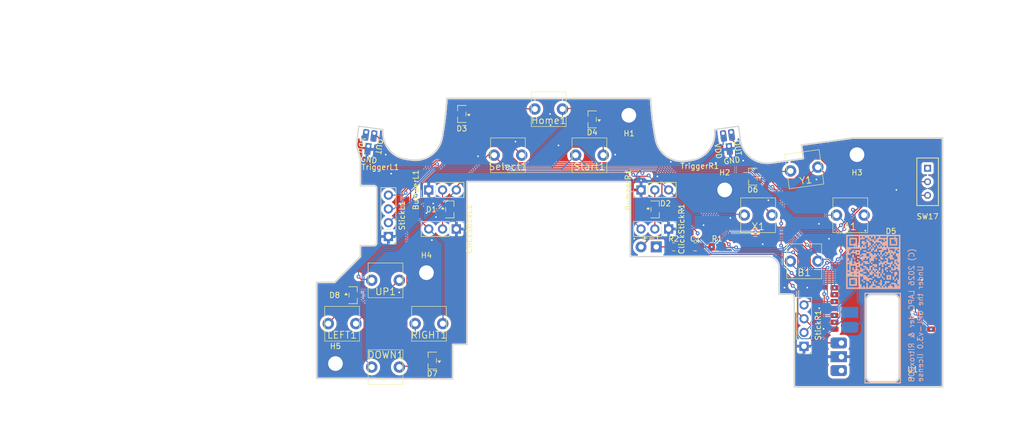
<source format=kicad_pcb>
(kicad_pcb (version 20241229) (generator "pcbnew") (generator_version "9.0")
  (layers (0 "F.Cu" mixed) (2 "B.Cu" mixed) (13 "F.Paste" user) (15 "B.Paste" user) (5 "F.SilkS" user "F.Silkscreen") (7 "B.SilkS" user "B.Silkscreen") (1 "F.Mask" user) (3 "B.Mask" user) (25 "Edge.Cuts" user))
  (net 0 "")
  (net 1 "Column 0")
  (net 2 "Net-(A1-Pad2)")
  (net 3 "Net-(B1-Pad1)")
  (net 4 "Column 1")
  (net 5 "Net-(C1-Pad2)")
  (net 6 "Net-(C1-Pad1)")
  (net 7 "Net-(+-1-BATT+)")
  (net 8 "Row 0")
  (net 9 "Net-(BumperL1-I{slash}O)")
  (net 10 "Net-(D3-Pad1)")
  (net 11 "Row 1")
  (net 12 "Net-(D3-Pad2)")
  (net 14 "Net-(D4-Pad1)")
  (net 15 "Row 2")
  (net 16 "Net-(D6-Pad1)")
  (net 17 "Net-(D6-Pad2)")
  (net 18 "Net-(D7-Pad2)")
  (net 19 "Row 3")
  (net 20 "Net-(D7-Pad1)")
  (net 21 "Net-(D8-Pad1)")
  (net 22 "Net-(D8-Pad2)")
  (net 23 "GND")
  (net 24 "Column 3")
  (net 25 "-BATT")
  (net 26 "Column 2")
  (net 27 "Net-(StickL1-Y)")
  (net 28 "+3.3V")
  (net 29 "Net-(StickL1-X)")
  (net 30 "Net-(StickR1-Y)")
  (net 31 "Net-(ClickStickL1-I{slash}O)")
  (net 33 "Net-(TriggerL1-OUT)")
  (net 34 "Net-(TriggerR1-OUT)")
  (net 41 "Net-(BumperR1-I{slash}O)")
  (net 42 "Net-(StickR1-X)")
  (net 43 "Net-(ClickStickR1-I{slash}O)")
  (net 44 "+BATT")
  (footprint "Capacitor_SMD:C_0805_2012Metric_Pad1.18x1.45mm_HandSolder" (layer "F.Cu") (at 176.9625 122.5 180)
    (property "Reference" "C1")
    (property "Value" "100nF")
  )
  (footprint "Lib_controller:KAILH-MINI-SILENT-SWITCH" (layer "F.Cu") (at 142.5 105.59369)
    (property "Reference" "Select1" (hide yes))
    (property "Value" "KAILH-MINI-SILENT-SWITCH")
  )
  (footprint "MountingHole:MountingHole_2.7mm_M2.5_ISO14580_Pad" (layer "F.Cu") (at 182.4 112)
    (property "Reference" "H2")
    (property "Value" "MountingHole_Pad")
  )
  (footprint "Lib_controller:TTP223" (layer "F.Cu") (at 172.08 119.2 -90)
    (property "Reference" "ClickStickR1")
    (property "Value" "~")
  )
  (footprint "Resistor_SMD:R_0805_2012Metric_Pad1.20x1.40mm_HandSolder" (layer "F.Cu") (at 181 122.5)
    (property "Reference" "R1")
    (property "Value" "200k")
  )
  (footprint "Lib_controller:TTP223" (layer "F.Cu") (at 133 119.2 -90)
    (property "Reference" "ClickStickL1")
    (property "Value" "~")
  )
  (footprint "Lib_controller:KAILH-MINI-SILENT-SWITCH" (layer "F.Cu") (at 157.5 105.59369)
    (property "Reference" "Start1" (hide yes))
    (property "Value" "KAILH-MINI-SILENT-SWITCH")
  )
  (footprint "Lib_controller:1P2T_SS-12D00_CNK" (layer "F.Cu") (at 219.75 108)
    (property "Reference" "SW17")
    (property "Value" "SS-12D00-G 4 E")
  )
  (footprint "Package_TO_SOT_SMD:SOT-23" (layer "F.Cu") (at 134 98 180)
    (property "Reference" "D3")
    (property "Value" "BAT54C")
  )
  (footprint "Package_TO_SOT_SMD:SOT-23" (layer "F.Cu") (at 128.5625 143.45 180)
    (property "Reference" "D7")
    (property "Value" "BAT54C")
  )
  (footprint "MountingHole:MountingHole_2.7mm_M2.5_ISO14580_Pad" (layer "F.Cu") (at 110.75 144)
    (property "Reference" "H5")
    (property "Value" "MountingHole_Pad")
  )
  (footprint "Package_TO_SOT_SMD:SOT-23" (layer "F.Cu") (at 213 122)
    (property "Reference" "D5")
    (property "Value" "BAT54C")
  )
  (footprint "Connector_PinHeader_2.54mm:PinHeader_1x04_P2.54mm_Vertical" (layer "F.Cu") (at 120.5 120.58 180)
    (property "Reference" "StickL1")
    (property "Value" "~")
  )
  (footprint "Lib_controller:ss49e" (layer "F.Cu") (at 117.146252 101.460949 -7.853)
    (property "Reference" "TriggerL1")
    (property "Value" "SS49E")
  )
  (footprint "Lib_controller:TTP223" (layer "F.Cu") (at 167 112 90)
    (property "Reference" "BumperR1")
    (property "Value" "~")
  )
  (footprint "Lib_controller:KAILH-MINI-SILENT-SWITCH" (layer "F.Cu") (at 197.034124 125.127219)
    (property "Reference" "B1" (hide yes))
    (property "Value" "KAILH-MINI-SILENT-SWITCH")
  )
  (footprint "Lib_controller:KAILH-MINI-SILENT-SWITCH" (layer "F.Cu") (at 150 97.093691)
    (property "Reference" "Home1" (hide yes))
    (property "Value" "KAILH-MINI-SILENT-SWITCH")
  )
  (footprint "MountingHole:MountingHole_2.7mm_M2.5_ISO14580_Pad" (layer "F.Cu") (at 164.75 98.25)
    (property "Reference" "H1")
    (property "Value" "MountingHole_Pad")
  )
  (footprint "Lib_controller:KAILH-MINI-SILENT-SWITCH" (layer "F.Cu") (at 119.965876 144.641938)
    (property "Reference" "DOWN1" (hide yes))
    (property "Value" "KAILH-MINI-SILENT-SWITCH")
  )
  (footprint "Package_TO_SOT_SMD:SOT-23" (layer "F.Cu") (at 187.5625 109.55 180)
    (property "Reference" "D6")
    (property "Value" "BAT54C")
  )
  (footprint "Lib_controller:KAILH-MINI-SILENT-SWITCH" (layer "F.Cu") (at 119.965876 128.641938)
    (property "Reference" "UP1" (hide yes))
    (property "Value" "KAILH-MINI-SILENT-SWITCH")
  )
  (footprint "Lib_controller:KAILH-MINI-SILENT-SWITCH" (layer "F.Cu") (at 188.548842 116.641938)
    (property "Reference" "X1" (hide yes))
    (property "Value" "KAILH-MINI-SILENT-SWITCH")
  )
  (footprint "Lib_controller:KAILH-MINI-SILENT-SWITCH" (layer "F.Cu") (at 197.034124 108.156656 7.854)
    (property "Reference" "Y1" (hide yes))
    (property "Value" "KAILH-MINI-SILENT-SWITCH")
  )
  (footprint "Lib_controller:Battery_connection" (layer "F.Cu") (at 168.4 123.5 180)
    (property "Reference" "+-1")
    (property "Value" "~")
  )
  (footprint "Package_TO_SOT_SMD:SOT-23" (layer "F.Cu") (at 169.6 115.6)
    (property "Reference" "D2")
    (property "Value" "BAT54C")
  )
  (footprint "Lib_controller:TTP223" (layer "F.Cu") (at 127.92 112 90)
    (property "Reference" "BumperL1")
    (property "Value" "~")
  )
  (footprint "Lib_controller:KAILH-MINI-SILENT-SWITCH" (layer "F.Cu") (at 111.965876 136.641938)
    (property "Reference" "LEFT1" (hide yes))
    (property "Value" "KAILH-MINI-SILENT-SWITCH")
  )
  (footprint "Lib_controller:ss49e" (layer "F.Cu") (at 182.853749 101.460949 7.853)
    (property "Reference" "TriggerR1")
    (property "Value" "SS49E")
  )
  (footprint "MountingHole:MountingHole_2.7mm_M2.5_ISO14580_Pad" (layer "F.Cu") (at 206.75 105.5)
    (property "Reference" "H3")
    (property "Value" "MountingHole_Pad")
  )
  (footprint "Connector_PinHeader_2.54mm:PinHeader_1x04_P2.54mm_Vertical" (layer "F.Cu") (at 197 140.81 180)
    (property "Reference" "StickR1")
    (property "Value" "~")
  )
  (footprint "MountingHole:MountingHole_2.7mm_M2.5_ISO14580_Pad" (layer "F.Cu") (at 127.5 127.25)
    (property "Reference" "H4")
    (property "Value" "MountingHole_Pad")
  )
  (footprint "Package_TO_SOT_SMD:SOT-23" (layer "F.Cu") (at 114 131.4)
    (property "Reference" "D8")
    (property "Value" "BAT54C")
  )
  (footprint "Lib_controller:KAILH-MINI-SILENT-SWITCH" (layer "F.Cu") (at 127.965876 136.641938)
    (property "Reference" "RIGHT1" (hide yes))
    (property "Value" "KAILH-MINI-SILENT-SWITCH")
  )
  (footprint "Package_TO_SOT_SMD:SOT-23" (layer "F.Cu") (at 158 99 180)
    (property "Reference" "D4")
    (property "Value" "BAT54C")
  )
  (footprint "Lib_controller:Seeed Studio XIAO ESP32S3 Plus" (layer "F.Cu") (at 211.481355 149.81313 180)
    (property "Reference" "U1")
    (property "Value" "~")
    (fp_line (start 3 3.5) (end 3 17.5) (stroke (width 0.2)) (layer "Edge.Cuts"))
    (fp_line (start 2 18.5) (end -2 18.5) (stroke (width 0.2)) (layer "Edge.Cuts"))
    (fp_line (start -2 2.5) (end 2 2.5) (stroke (width 0.2)) (layer "Edge.Cuts"))
    (fp_line (start -3 17.5) (end -3 3.499999) (stroke (width 0.2)) (layer "Edge.Cuts"))
    (fp_arc (start 3 17.5) (mid 2.707107 18.207107) (end 2 18.5) (stroke (width 0.2)) (layer "Edge.Cuts"))
    (fp_arc (start 2 2.5) (mid 2.707107 2.792893) (end 3 3.5) (stroke (width 0.2)) (layer "Edge.Cuts"))
    (fp_arc (start -2 18.5) (mid -2.707107 18.207107) (end -3 17.5) (stroke (width 0.2)) (layer "Edge.Cuts"))
    (fp_arc (start -3 3.5) (mid -2.707107 2.792893) (end -2 2.5) (stroke (width 0.2)) (layer "Edge.Cuts"))
  )
  (footprint "Resistor_SMD:R_0805_2012Metric_Pad1.20x1.40mm_HandSolder" (layer "F.Cu") (at 173 122.5)
    (property "Reference" "R2")
    (property "Value" "200k")
  )
  (footprint "Lib_controller:KAILH-MINI-SILENT-SWITCH" (layer "F.Cu") (at 205.519405 116.641938)
    (property "Reference" "A1" (hide yes))
    (property "Value" "KAILH-MINI-SILENT-SWITCH")
  )
  (footprint "Package_TO_SOT_SMD:SOT-23" (layer "F.Cu") (at 131.8 115.6)
    (property "Reference" "D1")
    (property "Value" "BAT54C")
  )
  (footprint "Lib_controller:qrcode-license" (layer "B.Cu") (at 209.75 125.25 -90)
    (property "Reference" "G***" (hide yes))
    (property "Value" "LOGO" (hide yes))
  )
  (gr_rect (start 208.225 131.05) (end 214.75 147.575) (stroke (width 0.2)) (fill no) (layer "F.SilkS"))
  (gr_rect (start 208.225 131.05) (end 214.75 147.575) (stroke (width 0.2)) (fill no) (layer "B.SilkS"))
  (gr_line (start 176.221362 106.513175) (end 175.28005 106.643005) (stroke (width 0.2)) (layer "Edge.Cuts"))
  (gr_line (start 124.756295 106.446124) (end 123.801999 106.314504) (stroke (width 0.2)) (layer "Edge.Cuts"))
  (gr_line (start 165 124.291938) (end 190.384124 124.291938) (stroke (width 0.2)) (layer "Edge.Cuts"))
  (gr_arc (start 118.315876 121.741937) (mid 118.169429 122.095491) (end 117.815876 122.241938) (stroke (width 0.2)) (layer "Edge.Cuts"))
  (gr_line (start 115.315876 122.241938) (end 117.815875 122.241938) (stroke (width 0.2)) (layer "Edge.Cuts"))
  (gr_line (start 119.508681 100.876911) (end 115.050881 100.262071) (stroke (width 0.2)) (layer "Edge.Cuts"))
  (gr_line (start 107.25 146.75) (end 107.25 146.5) (stroke (width 0.2)) (layer "Edge.Cuts"))
  (gr_line (start 222.528629 102.75) (end 222.528629 102.407617) (stroke (width 0.2)) (layer "Edge.Cuts"))
  (gr_line (start 115.315876 106.291938) (end 114.572673 103.729248) (stroke (width 0.2)) (layer "Edge.Cuts"))
  (gr_arc (start 131.228928 95.101863) (mid 130.906134 98.760188) (end 130.358039 102.391596) (stroke (width 0.2)) (layer "Edge.Cuts"))
  (gr_line (start 132.35 140.5) (end 132.35 146.841938) (stroke (width 0.2)) (layer "Edge.Cuts"))
  (gr_line (start 132.35 146.841938) (end 107.25 146.75) (stroke (width 0.2)) (layer "Edge.Cuts"))
  (gr_line (start 107.25 129) (end 107.25 146.5) (stroke (width 0.2)) (layer "Edge.Cuts"))
  (gr_line (start 114.572673 103.729248) (end 115.050881 100.262071) (stroke (width 0.2)) (layer "Edge.Cuts"))
  (gr_line (start 184.949119 100.262071) (end 180.491319 100.87691) (stroke (width 0.2)) (layer "Edge.Cuts"))
  (gr_line (start 110.608769 128.991938) (end 107.25 129) (stroke (width 0.2)) (layer "Edge.Cuts"))
  (gr_line (start 196.504659 103.715614) (end 196.846321 106.192787) (stroke (width 0.2)) (layer "Edge.Cuts"))
  (gr_arc (start 130.358039 102.391596) (mid 128.371092 105.54338) (end 124.756295 106.446124) (stroke (width 0.2)) (layer "Edge.Cuts"))
  (gr_arc (start 117.815875 111.241938) (mid 118.169429 111.388385) (end 118.315876 111.741939) (stroke (width 0.2)) (layer "Edge.Cuts"))
  (gr_line (start 222.528629 148.341938) (end 222.528629 102.75) (stroke (width 0.2)) (layer "Edge.Cuts"))
  (gr_line (start 205.988095 102.407617) (end 222.25 102.407617) (stroke (width 0.2)) (layer "Edge.Cuts"))
  (gr_arc (start 194.684123 131.241938) (mid 195.037677 131.388385) (end 195.184124 131.741939) (stroke (width 0.2)) (layer "Edge.Cuts"))
  (gr_line (start 135 140.5) (end 135 110.5) (stroke (width 0.2)) (layer "Edge.Cuts"))
  (gr_arc (start 169.681641 102.606559) (mid 169.106931 98.868701) (end 168.771072 95.101863) (stroke (width 0.2)) (layer "Edge.Cuts"))
  (gr_line (start 192.384124 131.241938) (end 192.384124 126.291937) (stroke (width 0.2)) (layer "Edge.Cuts"))
  (gr_line (start 222.25 102.407617) (end 222.528629 102.407617) (stroke (width 0.2)) (layer "Edge.Cuts"))
  (gr_line (start 115.315876 124.284831) (end 110.608769 128.991938) (stroke (width 0.2)) (layer "Edge.Cuts"))
  (gr_arc (start 175.28005 106.643005) (mid 171.672705 105.745645) (end 169.681641 102.606559) (stroke (width 0.2)) (layer "Edge.Cuts"))
  (gr_line (start 115.315876 124.284831) (end 115.315876 122.241938) (stroke (width 0.2)) (layer "Edge.Cuts"))
  (gr_line (start 115.315876 111.241938) (end 115.315876 106.291938) (stroke (width 0.2)) (layer "Edge.Cuts"))
  (gr_line (start 194.684123 131.241938) (end 192.384124 131.241938) (stroke (width 0.2)) (layer "Edge.Cuts"))
  (gr_line (start 135 140.5) (end 132.35 140.5) (stroke (width 0.2)) (layer "Edge.Cuts"))
  (gr_line (start 118.315876 111.741938) (end 118.315876 121.741937) (stroke (width 0.2)) (layer "Edge.Cuts"))
  (gr_line (start 196.504659 103.715614) (end 205.988095 102.407617) (stroke (width 0.2)) (layer "Edge.Cuts"))
  (gr_line (start 165 124.291938) (end 165 110.5) (stroke (width 0.2)) (layer "Edge.Cuts"))
  (gr_arc (start 123.801999 106.314504) (mid 120.56094 104.459816) (end 119.508681 100.87691) (stroke (width 0.2)) (layer "Edge.Cuts"))
  (gr_line (start 195.184124 148.341938) (end 222.528629 148.341938) (stroke (width 0.2)) (layer "Edge.Cuts"))
  (gr_arc (start 190.927154 107.009298) (mid 187.224629 106.041671) (end 185.290797 102.739357) (stroke (width 0.2)) (layer "Edge.Cuts"))
  (gr_line (start 196.846321 106.192787) (end 190.927154 107.009298) (stroke (width 0.2)) (layer "Edge.Cuts"))
  (gr_line (start 168.771072 95.101863) (end 131.228928 95.101863) (stroke (width 0.2)) (layer "Edge.Cuts"))
  (gr_line (start 135 110.5) (end 165 110.5) (stroke (width 0.2)) (layer "Edge.Cuts"))
  (gr_arc (start 190.384124 124.291938) (mid 191.798337 124.877724) (end 192.384124 126.291937) (stroke (width 0.2)) (layer "Edge.Cuts"))
  (gr_line (start 117.815875 111.241938) (end 115.315876 111.241938) (stroke (width 0.2)) (layer "Edge.Cuts"))
  (gr_line (start 195.184124 131.741939) (end 195.184124 148.341938) (stroke (width 0.2)) (layer "Edge.Cuts"))
  (gr_line (start 185.290797 102.739357) (end 184.949119 100.262071) (stroke (width 0.2)) (layer "Edge.Cuts"))
  (gr_arc (start 180.491319 100.87691) (mid 179.52365 104.57938) (end 176.221362 106.513175) (stroke (width 0.2)) (layer "Edge.Cuts"))
  (gr_text "(C) 2026 LAPCoder & Ritrox008\nUnder the GPL-v3.0 license" (at 219 147.5 90) (layer "B.SilkS") (effects (font (size 1 1)) (justify right bottom mirror)))
  (segment (start 138.80631 105.59369) (end 139.96 105.59369) (width 0.2) (layer "F.Cu") (net 1))
  (segment (start 139.96 105.733203) (end 142.866797 108.64) (width 0.2) (layer "F.Cu") (net 1))
  (segment (start 139.96 105.5) (end 139.96 105.733203) (width 0.2) (layer "F.Cu") (net 1))
  (segment (start 133 112) (end 133 111.4) (width 0.2) (layer "F.Cu") (net 1))
  (segment (start 166.99 108.64) (end 167.25 108.9) (width 0.2) (layer "F.Cu") (net 1))
  (segment (start 133 111.4) (end 138.80631 105.59369) (width 0.2) (layer "F.Cu") (net 1))
  (segment (start 142.866797 108.64) (end 166.99 108.64) (width 0.2) (layer "F.Cu") (net 1))
  (via (at 167.25 108.9) (size 0.7) (drill 0.3) (layers "F.Cu" "B.Cu") (net 1))
  (via (at 202.61 136.391871) (size 0.7) (drill 0.3) (layers "F.Cu" "B.Cu") (net 1))
  (segment (start 116 126.993524) (end 119.837524 123.156) (width 0.2) (layer "B.Cu") (net 1))
  (segment (start 117.46 144.5) (end 116 143.04) (width 0.2) (layer "B.Cu") (net 1))
  (segment (start 206.5 120.04) (end 203.101938 116.641938) (width 0.2) (layer "B.Cu") (net 1))
  (segment (start 203.101938 116.641938) (end 195.141938 116.641938) (width 0.2) (layer "B.Cu") (net 1))
  (segment (start 206.5 130.6) (end 206.5 120.04) (width 0.2) (layer "B.Cu") (net 1))
  (segment (start 187.099 108.599) (end 167.551 108.599) (width 0.2) (layer "B.Cu") (net 1))
  (segment (start 203.6 133.5) (end 206.5 130.6) (width 0.2) (layer "B.Cu") (net 1))
  (segment (start 203.6 135.401871) (end 203.6 133.5) (width 0.2) (layer "B.Cu") (net 1))
  (segment (start 195.141938 116.641938) (end 187.099 108.599) (width 0.2) (layer "B.Cu") (net 1))
  (segment (start 202.61 136.391871) (end 203.6 135.401871) (width 0.2) (layer "B.Cu") (net 1))
  (segment (start 119.837524 123.156) (end 121.844 123.156) (width 0.2) (layer "B.Cu") (net 1))
  (segment (start 167.551 108.599) (end 167.25 108.9) (width 0.2) (layer "B.Cu") (net 1))
  (segment (start 121.844 123.156) (end 133 112) (width 0.2) (layer "B.Cu") (net 1))
  (segment (start 116 143.04) (end 116 126.993524) (width 0.2) (layer "B.Cu") (net 1))
  (segment (start 208.04 117.0275) (end 212.0625 121.05) (width 0.2) (layer "F.Cu") (net 2))
  (segment (start 208.04 116.5) (end 208.04 117.0275) (width 0.2) (layer "F.Cu") (net 2))
  (segment (start 201.247728 125.427587) (end 203.587919 125.427587) (width 0.2) (layer "F.Cu") (net 3))
  (segment (start 203.587919 125.427587) (end 206.065506 122.95) (width 0.2) (layer "F.Cu") (net 3))
  (segment (start 206.065506 122.95) (end 212.0625 122.95) (width 0.2) (layer "F.Cu") (net 3))
  (via (at 201.247728 125.427587) (size 0.7) (drill 0.3) (layers "F.Cu" "B.Cu") (net 3))
  (segment (start 200.197096 126.478219) (end 200.121781 126.478219) (width 0.2) (layer "B.Cu") (net 3))
  (segment (start 200.1 126.5) (end 195.5 126.5) (width 0.2) (layer "B.Cu") (net 3))
  (segment (start 200.121781 126.478219) (end 200.1 126.5) (width 0.2) (layer "B.Cu") (net 3))
  (segment (start 194.46 125.46) (end 194.46 125) (width 0.2) (layer "B.Cu") (net 3))
  (segment (start 201.247728 125.427587) (end 200.197096 126.478219) (width 0.2) (layer "B.Cu") (net 3))
  (segment (start 195.5 126.5) (end 194.46 125.46) (width 0.2) (layer "B.Cu") (net 3))
  (segment (start 160.25 97.983032) (end 159.266968 97) (width 0.2) (layer "F.Cu") (net 4))
  (segment (start 124.578 113.239416) (end 124.578 115.858) (width 0.2) (layer "F.Cu") (net 4))
  (segment (start 129.071586 107.22) (end 124.578 111.713586) (width 0.2) (layer "F.Cu") (net 4))
  (segment (start 124.578 115.858) (end 127.92 119.2) (width 0.2) (layer "F.Cu") (net 4))
  (segment (start 202.251871 133.851871) (end 202.61 133.851871) (width 0.2) (layer "F.Cu") (net 4))
  (segment (start 197.564124 122.111398) (end 197.561398 122.111398) (width 0.2) (layer "F.Cu") (net 4))
  (segment (start 197.564124 122.111396) (end 194.313728 118.861) (width 0.2) (layer "F.Cu") (net 4))
  (segment (start 197.564124 122.111398) (end 197.564124 122.111396) (width 0.2) (layer "F.Cu") (net 4))
  (segment (start 201.3 132.9) (end 202.251871 133.851871) (width 0.2) (layer "F.Cu") (net 4))
  (segment (start 160.25 99.286138) (end 160.25 97.983032) (width 0.2) (layer "F.Cu") (net 4))
  (segment (start 161.328 100.364138) (end 160.25 99.286138) (width 0.2) (layer "F.Cu") (net 4))
  (segment (start 201.3 131.9) (end 201.3 132.9) (width 0.2) (layer "F.Cu") (net 4))
  (segment (start 129.424875 107.22) (end 129.071586 107.22) (width 0.2) (layer "F.Cu") (net 4))
  (segment (start 161.328 103.114138) (end 161.328 100.364138) (width 0.2) (layer "F.Cu") (net 4))
  (segment (start 164.557862 106.344) (end 161.328 103.114138) (width 0.2) (layer "F.Cu") (net 4))
  (segment (start 183.185486 118.861) (end 170.668486 106.344) (width 0.2) (layer "F.Cu") (net 4))
  (segment (start 159.266968 97) (end 152.54 97) (width 0.2) (layer "F.Cu") (net 4))
  (segment (start 124.578 111.713586) (end 124.578 113.239416) (width 0.2) (layer "F.Cu") (net 4))
  (segment (start 194.313728 118.861) (end 183.185486 118.861) (width 0.2) (layer "F.Cu") (net 4))
  (segment (start 170.668486 106.344) (end 164.557862 106.344) (width 0.2) (layer "F.Cu") (net 4))
  (via (at 201.3 131.9) (size 0.7) (drill 0.3) (layers "F.Cu" "B.Cu") (net 4))
  (via (at 197.564124 122.111398) (size 0.7) (drill 0.3) (layers "F.Cu" "B.Cu") (net 4))
  (via (at 129.424875 107.22) (size 0.7) (drill 0.3) (layers "F.Cu" "B.Cu") (net 4))
  (segment (start 202 126.561503) (end 202 125.3) (width 0.2) (layer "B.Cu") (net 4))
  (segment (start 197.564126 122.111398) (end 199.54 124.087272) (width 0.2) (layer "B.Cu") (net 4))
  (segment (start 129.819875 107.615) (end 145.182 107.615) (width 0.2) (layer "B.Cu") (net 4))
  (segment (start 199.54 124.087272) (end 199.54 125) (width 0.2) (layer "B.Cu") (net 4))
  (segment (start 201.5 124.8) (end 199.901343 124.8) (width 0.2) (layer "B.Cu") (net 4))
  (segment (start 152.54 100.257) (end 152.54 97) (width 0.2) (layer "B.Cu") (net 4))
  (segment (start 129.424875 107.22) (end 129.819875 107.615) (width 0.2) (layer "B.Cu") (net 4))
  (segment (start 130.54 136.5) (end 130.54 121.82) (width 0.2) (layer "B.Cu") (net 4))
  (segment (start 197.564124 122.111398) (end 197.564126 122.111398) (width 0.2) (layer "B.Cu") (net 4))
  (segment (start 202 125.3) (end 201.5 124.8) (width 0.2) (layer "B.Cu") (net 4))
  (segment (start 199.901343 124.8) (end 199.574124 125.127219) (width 0.2) (layer "B.Cu") (net 4))
  (segment (start 130.54 121.82) (end 127.92 119.2) (width 0.2) (layer "B.Cu") (net 4))
  (segment (start 201.3 127.261503) (end 202 126.561503) (width 0.2) (layer "B.Cu") (net 4))
  (segment (start 201.3 131.9) (end 201.3 127.261503) (width 0.2) (layer "B.Cu") (net 4))
  (segment (start 145.182 107.615) (end 152.54 100.257) (width 0.2) (layer "B.Cu") (net 4))
  (segment (start 174 122.5) (end 175.925 122.5) (width 0.2) (layer "F.Cu") (net 5))
  (segment (start 178 122.5) (end 180 122.5) (width 0.2) (layer "F.Cu") (net 6))
  (segment (start 193.939864 119.767) (end 197.485124 123.31226) (width 0.2) (layer "F.Cu") (net 6))
  (segment (start 198.764138 127.228) (end 215.14731 127.228) (width 0.2) (layer "F.Cu") (net 6))
  (segment (start 197.485124 125.948986) (end 198.764138 127.228) (width 0.2) (layer "F.Cu") (net 6))
  (segment (start 197.485124 123.31226) (end 197.485124 125.948986) (width 0.2) (layer "F.Cu") (net 6))
  (segment (start 219.231181 131.311871) (end 220.39 131.311871) (width 0.2) (layer "F.Cu") (net 6))
  (segment (start 188.0475 119.767) (end 193.939864 119.767) (width 0.2) (layer "F.Cu") (net 6))
  (segment (start 215.14731 127.228) (end 219.231181 131.311871) (width 0.2) (layer "F.Cu") (net 6))
  (via (at 188.0475 119.767) (size 0.7) (drill 0.3) (layers "F.Cu" "B.Cu") (net 6))
  (via (at 180 122.5) (size 0.7) (drill 0.3) (layers "F.Cu" "B.Cu") (net 6))
  (segment (start 182.733 119.767) (end 180 122.5) (width 0.2) (layer "B.Cu") (net 6))
  (segment (start 188.0475 119.767) (end 182.733 119.767) (width 0.2) (layer "B.Cu") (net 6))
  (segment (start 207.499802 115.290938) (end 207.509062 115.290938) (width 0.2) (layer "F.Cu") (net 7))
  (segment (start 209.8 113) (end 219.75 113) (width 0.2) (layer "F.Cu") (net 7))
  (segment (start 206.708405 116.082335) (end 207.499802 115.290938) (width 0.2) (layer "F.Cu") (net 7))
  (segment (start 168.5 121) (end 167 122.5) (width 0.2) (layer "F.Cu") (net 7))
  (segment (start 204.4 119.2) (end 204.4 118.4) (width 0.2) (layer "F.Cu") (net 7))
  (segment (start 206.708405 116.091595) (end 206.708405 116.082335) (width 0.2) (layer "F.Cu") (net 7))
  (segment (start 207.509062 115.290938) (end 209.8 113) (width 0.2) (layer "F.Cu") (net 7))
  (segment (start 182.132 121) (end 168.5 121) (width 0.2) (layer "F.Cu") (net 7))
  (segment (start 204.4 118.4) (end 206.708405 116.091595) (width 0.2) (layer "F.Cu") (net 7))
  (segment (start 183.15 122.018) (end 182.132 121) (width 0.2) (layer "F.Cu") (net 7))
  (via (at 204.4 119.2) (size 0.7) (drill 0.3) (layers "F.Cu" "B.Cu") (net 7))
  (via (at 183.15 122.018) (size 0.7) (drill 0.3) (layers "F.Cu" "B.Cu") (net 7))
  (segment (start 184.260584 123.173) (end 184.259584 123.172) (width 0.2) (layer "B.Cu") (net 7))
  (segment (start 184.172 123.172) (end 183.15 122.15) (width 0.2) (layer "B.Cu") (net 7))
  (segment (start 193.328 123.172) (end 184.740416 123.172) (width 0.2) (layer "B.Cu") (net 7))
  (segment (start 203.772 119.828) (end 196.672 119.828) (width 0.2) (layer "B.Cu") (net 7))
  (segment (start 196.672 119.828) (end 193.328 123.172) (width 0.2) (layer "B.Cu") (net 7))
  (segment (start 184.740416 123.172) (end 184.739416 123.173) (width 0.2) (layer "B.Cu") (net 7))
  (segment (start 204.4 119.2) (end 203.772 119.828) (width 0.2) (layer "B.Cu") (net 7))
  (segment (start 184.259584 123.172) (end 184.172 123.172) (width 0.2) (layer "B.Cu") (net 7))
  (segment (start 184.739416 123.173) (end 184.260584 123.173) (width 0.2) (layer "B.Cu") (net 7))
  (segment (start 183.15 122.15) (end 183.15 122.018) (width 0.2) (layer "B.Cu") (net 7))
  (segment (start 170.8375 109.3375) (end 170.8375 115.3) (width 0.2) (layer "F.Cu") (net 8))
  (segment (start 177.422 120) (end 177.422 119.897) (width 0.2) (layer "F.Cu") (net 8))
  (segment (start 219.65 146.1) (end 218.116 144.566) (width 0.2) (layer "F.Cu") (net 8))
  (segment (start 170.8375 115.3) (end 170.5375 115.6) (width 0.2) (layer "F.Cu") (net 8))
  (segment (start 126.6 110.61931) (end 129.09131 108.128) (width 0.2) (layer "F.Cu") (net 8))
  (segment (start 141.595 106.058862) (end 143.536138 108) (width 0.2) (layer "F.Cu") (net 8))
  (segment (start 129.872 108.128) (end 134 104) (width 0.2) (layer "F.Cu") (net 8))
  (segment (start 140.5 104) (end 141.595 105.095) (width 0.2) (layer "F.Cu") (net 8))
  (segment (start 195.845124 124.345124) (end 195 123.5) (width 0.2) (layer "F.Cu") (net 8))
  (segment (start 169.812 108.312) (end 170.8375 109.3375) (width 0.2) (layer "F.Cu") (net 8))
  (segment (start 221.1 146.1) (end 219.65 146.1) (width 0.2) (layer "F.Cu") (net 8))
  (segment (start 126.6 114.4) (end 126.6 110.61931) (width 0.2) (layer "F.Cu") (net 8))
  (segment (start 143.856552 108.312) (end 169.812 108.312) (width 0.2) (layer "F.Cu") (net 8))
  (segment (start 221.5 145.7) (end 221.1 146.1) (width 0.2) (layer "F.Cu") (net 8))
  (segment (start 198.084828 128.868) (end 195.845124 126.628296) (width 0.2) (layer "F.Cu") (net 8))
  (segment (start 214.468 128.868) (end 198.084828 128.868) (width 0.2) (layer "F.Cu") (net 8))
  (segment (start 141.595 105.095) (end 141.595 106.058862) (width 0.2) (layer "F.Cu") (net 8))
  (segment (start 143.544552 108) (end 143.856552 108.312) (width 0.2) (layer "F.Cu") (net 8))
  (segment (start 129.09131 108.128) (end 129.872 108.128) (width 0.2) (layer "F.Cu") (net 8))
  (segment (start 127.8 115.6) (end 126.6 114.4) (width 0.2) (layer "F.Cu") (net 8))
  (segment (start 221.14 141.471871) (end 221.5 141.831871) (width 0.2) (layer "F.Cu") (net 8))
  (segment (start 132.7375 115.6) (end 127.8 115.6) (width 0.2) (layer "F.Cu") (net 8))
  (segment (start 195.845124 126.628296) (end 195.845124 124.345124) (width 0.2) (layer "F.Cu") (net 8))
  (segment (start 173.125 115.6) (end 170.5375 115.6) (width 0.2) (layer "F.Cu") (net 8))
  (segment (start 143.536138 108) (end 143.544552 108) (width 0.2) (layer "F.Cu") (net 8))
  (segment (start 221.5 141.831871) (end 221.5 145.7) (width 0.2) (layer "F.Cu") (net 8))
  (segment (start 218.116 144.566) (end 218.116 132.516) (width 0.2) (layer "F.Cu") (net 8))
  (segment (start 220.39 141.471871) (end 221.14 141.471871) (width 0.2) (layer "F.Cu") (net 8))
  (segment (start 177.422 119.897) (end 173.125 115.6) (width 0.2) (layer "F.Cu") (net 8))
  (segment (start 218.116 132.516) (end 214.468 128.868) (width 0.2) (layer "F.Cu") (net 8))
  (segment (start 134 104) (end 140.5 104) (width 0.2) (layer "F.Cu") (net 8))
  (via (at 177.422 120) (size 0.7) (drill 0.3) (layers "F.Cu" "B.Cu") (net 8))
  (via (at 195 123.5) (size 0.7) (drill 0.3) (layers "F.Cu" "B.Cu") (net 8))
  (segment (start 177.422 120.822) (end 177.422 120) (width 0.2) (layer "B.Cu") (net 8))
  (segment (start 195 123.5) (end 180.1 123.5) (width 0.2) (layer "B.Cu") (net 8))
  (segment (start 180.1 123.5) (end 177.422 120.822) (width 0.2) (layer "B.Cu") (net 8))
  (segment (start 130.46 112) (end 130.46 114.2475) (width 0.2) (layer "F.Cu") (net 9))
  (segment (start 130.46 114.2475) (end 130.8625 114.65) (width 0.2) (layer "F.Cu") (net 9))
  (segment (start 138.39631 98.95) (end 144.94631 105.5) (width 0.2) (layer "F.Cu") (net 10))
  (segment (start 134.9375 98.95) (end 138.39631 98.95) (width 0.2) (layer "F.Cu") (net 10))
  (segment (start 144.94631 105.5) (end 145.04 105.5) (width 0.2) (layer "F.Cu") (net 10))
  (segment (start 157.0625 99) (end 159.5 99) (width 0.2) (layer "F.Cu") (net 11))
  (segment (start 170.532624 106.672) (end 183.049624 119.189) (width 0.2) (layer "F.Cu") (net 11))
  (segment (start 133.0625 98) (end 144.25 98) (width 0.2) (layer "F.Cu") (net 11))
  (segment (start 156.8625 99.2) (end 157.0625 99) (width 0.2) (layer "F.Cu") (net 11))
  (segment (start 221.6 138) (end 220.668129 138.931871) (width 0.2) (layer "F.Cu") (net 11))
  (segment (start 161 103.25) (end 164.422 106.672) (width 0.2) (layer "F.Cu") (net 11))
  (segment (start 220.668129 138.931871) (end 220.39 138.931871) (width 0.2) (layer "F.Cu") (net 11))
  (segment (start 218.9 126.9) (end 221.6 129.6) (width 0.2) (layer "F.Cu") (net 11))
  (segment (start 144.25 98) (end 145.45 99.2) (width 0.2) (layer "F.Cu") (net 11))
  (segment (start 164.422 106.672) (end 170.532624 106.672) (width 0.2) (layer "F.Cu") (net 11))
  (segment (start 183.049624 119.189) (end 193.825726 119.189) (width 0.2) (layer "F.Cu") (net 11))
  (segment (start 159.5 99) (end 161 100.5) (width 0.2) (layer "F.Cu") (net 11))
  (segment (start 198.9 126.9) (end 218.9 126.9) (width 0.2) (layer "F.Cu") (net 11))
  (segment (start 197.813124 123.176398) (end 197.813124 125.813124) (width 0.2) (layer "F.Cu") (net 11))
  (segment (start 161 100.5) (end 161 103.25) (width 0.2) (layer "F.Cu") (net 11))
  (segment (start 197.813124 125.813124) (end 198.9 126.9) (width 0.2) (layer "F.Cu") (net 11))
  (segment (start 145.45 99.2) (end 156.8625 99.2) (width 0.2) (layer "F.Cu") (net 11))
  (segment (start 193.825726 119.189) (end 197.813124 123.176398) (width 0.2) (layer "F.Cu") (net 11))
  (segment (start 221.6 129.6) (end 221.6 138) (width 0.2) (layer "F.Cu") (net 11))
  (segment (start 147.41 97.05) (end 147.46 97) (width 0.2) (layer "F.Cu") (net 12))
  (segment (start 134.9375 97.05) (end 147.41 97.05) (width 0.2) (layer "F.Cu") (net 12))
  (segment (start 160.04 105.5) (end 160.04 101.0525) (width 0.2) (layer "F.Cu") (net 14))
  (segment (start 160.04 101.0525) (end 158.9375 99.95) (width 0.2) (layer "F.Cu") (net 14))
  (segment (start 206 122) (end 201.292 117.292) (width 0.2) (layer "F.Cu") (net 15))
  (segment (start 195.205325 110) (end 193 110) (width 0.2) (layer "F.Cu") (net 15))
  (segment (start 201.292 107.518134) (end 200.075777 106.301911) (width 0.2) (layer "F.Cu") (net 15))
  (segment (start 200.075777 106.301911) (end 198.903414 106.301911) (width 0.2) (layer "F.Cu") (net 15))
  (segment (start 198.903414 106.301911) (end 195.205325 110) (width 0.2) (layer "F.Cu") (net 15))
  (segment (start 201.292 117.292) (end 201.292 107.518134) (width 0.2) (layer "F.Cu") (net 15))
  (segment (start 193 110) (end 192.55 109.55) (width 0.2) (layer "F.Cu") (net 15))
  (segment (start 203.2 124.8) (end 206 122) (width 0.2) (layer "F.Cu") (net 15))
  (segment (start 192.55 109.55) (end 186.625 109.55) (width 0.2) (layer "F.Cu") (net 15))
  (segment (start 206 122) (end 213.9375 122) (width 0.2) (layer "F.Cu") (net 15))
  (via (at 203.2 124.8) (size 0.7) (drill 0.3) (layers "F.Cu" "B.Cu") (net 15))
  (via (at 202.61 131.311871) (size 0.7) (drill 0.3) (layers "F.Cu" "B.Cu") (net 15))
  (segment (start 202.032 126.993365) (end 202.032 130.733871) (width 0.2) (layer "B.Cu") (net 15))
  (segment (start 202.328 126.697365) (end 202.032 126.993365) (width 0.2) (layer "B.Cu") (net 15))
  (segment (start 202.032 130.733871) (end 202.61 131.311871) (width 0.2) (layer "B.Cu") (net 15))
  (segment (start 203.2 124.8) (end 202.328 125.672) (width 0.2) (layer "B.Cu") (net 15))
  (segment (start 202.328 125.672) (end 202.328 126.697365) (width 0.2) (layer "B.Cu") (net 15))
  (segment (start 188.5 113.96) (end 191.04 116.5) (width 0.2) (layer "F.Cu") (net 16))
  (segment (start 188.5 110.5) (end 188.5 113.96) (width 0.2) (layer "F.Cu") (net 16))
  (segment (start 188.5 108.6) (end 194.230915 108.6) (width 0.2) (layer "F.Cu") (net 17))
  (segment (start 194.230915 108.6) (end 194.483826 108.347089) (width 0.2) (layer "F.Cu") (net 17))
  (segment (start 193.86 108.6) (end 194.46 108) (width 0.2) (layer "F.Cu") (net 17))
  (segment (start 129.5 142.5) (end 125.46 138.46) (width 0.2) (layer "F.Cu") (net 18))
  (segment (start 125.46 138.46) (end 125.46 136.5) (width 0.2) (layer "F.Cu") (net 18))
  (segment (start 123.111932 112.25193) (end 123.111932 112.250516) (width 0.2) (layer "F.Cu") (net 19))
  (segment (start 128.518875 106.844722) (end 129.049597 106.314) (width 0.2) (layer "F.Cu") (net 19))
  (segment (start 187.671222 120.672) (end 187.672222 120.673) (width 0.2) (layer "F.Cu") (net 19))
  (segment (start 193.91714 120.672) (end 196.829124 123.583984) (width 0.2) (layer "F.Cu") (net 19))
  (segment (start 123 112.363862) (end 123.111932 112.25193) (width 0.2) (layer "F.Cu") (net 19))
  (segment (start 123.45193 111.911932) (end 128.518875 106.844987) (width 0.2) (layer "F.Cu") (net 19))
  (segment (start 142.971448 106.043724) (end 142.979862 106.043724) (width 0.2) (layer "F.Cu") (net 19))
  (segment (start 142.979862 106.043724) (end 144.264138 107.328) (width 0.2) (layer "F.Cu") (net 19))
  (segment (start 130.294414 106.314) (end 133.592414 103.016) (width 0.2) (layer "F.Cu") (net 19))
  (segment (start 170.2609 107.328) (end 183.6049 120.672) (width 0.2) (layer "F.Cu") (net 19))
  (segment (start 123.111932 112.250516) (end 123.450516 111.911932) (width 0.2) (layer "F.Cu") (net 19))
  (segment (start 188.422778 120.673) (end 188.423778 120.672) (width 0.2) (layer "F.Cu") (net 19))
  (segment (start 123 118.8471) (end 123 112.363862) (width 0.2) (layer "F.Cu") (net 19))
  (segment (start 133.592414 103.016) (end 140.907586 103.016) (width 0.2) (layer "F.Cu") (net 19))
  (segment (start 142.579 105.651276) (end 142.971448 106.043724) (width 0.2) (layer "F.Cu") (net 19))
  (segment (start 214.875586 127.884) (end 219.1 132.108414) (width 0.2) (layer "F.Cu") (net 19))
  (segment (start 196.829124 126.22071) (end 198.492414 127.884) (width 0.2) (layer "F.Cu") (net 19))
  (segment (start 140.907586 103.016) (end 142.579 104.687414) (width 0.2) (layer "F.Cu") (net 19))
  (segment (start 198.492414 127.884) (end 214.875586 127.884) (width 0.2) (layer "F.Cu") (net 19))
  (segment (start 144.264138 107.328) (end 170.2609 107.328) (width 0.2) (layer "F.Cu") (net 19))
  (segment (start 219.1 135.432396) (end 220.059475 136.391871) (width 0.2) (layer "F.Cu") (net 19))
  (segment (start 129.049597 106.314) (end 130.294414 106.314) (width 0.2) (layer "F.Cu") (net 19))
  (segment (start 142.579 104.687414) (end 142.579 105.651276) (width 0.2) (layer "F.Cu") (net 19))
  (segment (start 126.9875 143.45) (end 127.625 143.45) (width 0.2) (layer "F.Cu") (net 19))
  (segment (start 127.625 143.45) (end 127.625 141.088862) (width 0.2) (layer "F.Cu") (net 19))
  (segment (start 114.9375 131.4) (end 126.9875 143.45) (width 0.2) (layer "F.Cu") (net 19))
  (segment (start 220.059475 136.391871) (end 220.39 136.391871) (width 0.2) (layer "F.Cu") (net 19))
  (segment (start 183.6049 120.672) (end 187.671222 120.672) (width 0.2) (layer "F.Cu") (net 19))
  (segment (start 128.518875 106.844987) (end 128.518875 106.844722) (width 0.2) (layer "F.Cu") (net 19))
  (segment (start 123.891 137.354862) (end 123.891 119.7381) (width 0.2) (layer "F.Cu") (net 19))
  (segment (start 187.672222 120.673) (end 188.422778 120.673) (width 0.2) (layer "F.Cu") (net 19))
  (segment (start 219.1 132.108414) (end 219.1 135.432396) (width 0.2) (layer "F.Cu") (net 19))
  (segment (start 188.423778 120.672) (end 193.91714 120.672) (width 0.2) (layer "F.Cu") (net 19))
  (segment (start 127.625 141.088862) (end 123.891 137.354862) (width 0.2) (layer "F.Cu") (net 19))
  (segment (start 196.829124 123.583984) (end 196.829124 126.22071) (width 0.2) (layer "F.Cu") (net 19))
  (segment (start 123.891 119.7381) (end 123 118.8471) (width 0.2) (layer "F.Cu") (net 19))
  (segment (start 123.450516 111.911932) (end 123.45193 111.911932) (width 0.2) (layer "F.Cu") (net 19))
  (segment (start 129.4 144.5) (end 129.5 144.4) (width 0.2) (layer "F.Cu") (net 20))
  (segment (start 122.54 144.5) (end 129.4 144.5) (width 0.2) (layer "F.Cu") (net 20))
  (segment (start 120.59 130.45) (end 122.54 128.5) (width 0.2) (layer "F.Cu") (net 21))
  (segment (start 113.0625 130.45) (end 120.59 130.45) (width 0.2) (layer "F.Cu") (net 21))
  (segment (start 113.0625 132.8975) (end 113.0625 132.35) (width 0.2) (layer "F.Cu") (net 22))
  (segment (start 109.46 136.5) (end 113.0625 132.8975) (width 0.2) (layer "F.Cu") (net 22))
  (segment (start 127.92 112) (end 127.92 111.58) (width 0.2) (layer "F.Cu") (net 23))
  (via (at 197.6 130) (size 0.7) (drill 0.3) (layers "F.Cu" "B.Cu") (net 23))
  (via (at 128.75 114.5) (size 0.7) (drill 0.3) (layers "F.Cu" "B.Cu") (net 23))
  (via (at 190.425 113.9) (size 0.7) (drill 0.3) (layers "F.Cu" "B.Cu") (net 23))
  (via (at 150.25 98) (size 0.7) (drill 0.3) (layers "F.Cu" "B.Cu") (net 23))
  (via (at 185.8 106.6) (size 0.7) (drill 0.3) (layers "F.Cu" "B.Cu") (net 23))
  (via (at 122.475 130.875) (size 0.7) (drill 0.3) (layers "F.Cu" "B.Cu") (net 23))
  (via (at 180.75 107) (size 0.7) (drill 0.3) (layers "F.Cu" "B.Cu") (net 23))
  (via (at 193.4 130) (size 0.7) (drill 0.3) (layers "F.Cu" "B.Cu") (net 23))
  (via (at 199.8 133.8) (size 0.7) (drill 0.3) (layers "F.Cu" "B.Cu") (net 23))
  (via (at 165.75 121) (size 0.7) (drill 0.3) (layers "F.Cu" "B.Cu") (net 23))
  (via (at 167 110.25) (size 0.7) (drill 0.3) (layers "F.Cu" "B.Cu") (net 23))
  (via (at 170 109.5) (size 0.7) (drill 0.3) (layers "F.Cu" "B.Cu") (net 23))
  (via (at 214 112) (size 0.7) (drill 0.3) (layers "F.Cu" "B.Cu") (net 23))
  (via (at 201.6 121) (size 0.7) (drill 0.3) (layers "F.Cu" "B.Cu") (net 23))
  (via (at 174.5 115.5) (size 0.7) (drill 0.3) (layers "F.Cu" "B.Cu") (net 23))
  (via (at 208.3 119.5) (size 0.7) (drill 0.3) (layers "F.Cu" "B.Cu") (net 23))
  (via (at 150.325 100.05) (size 0.7) (drill 0.3) (layers "F.Cu" "B.Cu") (net 23))
  (via (at 200.6 137.6) (size 0.7) (drill 0.3) (layers "F.Cu" "B.Cu") (net 23))
  (via (at 151.8 103.8) (size 0.7) (drill 0.3) (layers "F.Cu" "B.Cu") (net 23))
  (via (at 218.7 128.6) (size 0.7) (drill 0.3) (layers "F.Cu" "B.Cu") (net 23))
  (via (at 121 109) (size 0.7) (drill 0.3) (layers "F.Cu" "B.Cu") (net 23))
  (via (at 207.5 124.6) (size 0.7) (drill 0.3) (layers "F.Cu" "B.Cu") (net 23))
  (via (at 183.443558 117.169323) (size 0.7) (drill 0.3) (layers "F.Cu" "B.Cu") (net 23))
  (via (at 199.275 110.075) (size 0.7) (drill 0.3) (layers "F.Cu" "B.Cu") (net 23))
  (via (at 120 105.5) (size 0.7) (drill 0.3) (layers "F.Cu" "B.Cu") (net 23))
  (via (at 162.25 105.5) (size 0.7) (drill 0.3) (layers "F.Cu" "B.Cu") (net 23))
  (via (at 178.5 118.5) (size 0.7) (drill 0.3) (layers "F.Cu" "B.Cu") (net 23))
  (via (at 189.4 122) (size 0.7) (drill 0.3) (layers "F.Cu" "B.Cu") (net 23))
  (via (at 127.5 116.25) (size 0.7) (drill 0.3) (layers "F.Cu" "B.Cu") (net 23))
  (via (at 128.5 121.25) (size 0.7) (drill 0.3) (layers "F.Cu" "B.Cu") (net 23))
  (via (at 199.75 118.25) (size 0.7) (drill 0.3) (layers "F.Cu" "B.Cu") (net 23))
  (via (at 172.472197 106.817092) (size 0.7) (drill 0.3) (layers "F.Cu" "B.Cu") (net 23))
  (via (at 129.25 117) (size 0.7) (drill 0.3) (layers "F.Cu" "B.Cu") (net 23))
  (via (at 143.9 103.1) (size 0.7) (drill 0.3) (layers "F.Cu" "B.Cu") (net 23))
  (via (at 137 105.8) (size 0.7) (drill 0.3) (layers "F.Cu" "B.Cu") (net 23))
  (segment (start 128 112.08) (end 127.92 112) (width 0.2) (layer "B.Cu") (net 23))
  (segment (start 200.964 109.100737) (end 199.516174 107.652911) (width 0.2) (layer "F.Cu") (net 24))
  (segment (start 203.8 123.2) (end 203.8 120.263862) (width 0.2) (layer "F.Cu") (net 24))
  (segment (start 203.8 120.263862) (end 200.964 117.427862) (width 0.2) (layer "F.Cu") (net 24))
  (segment (start 200.964 117.427862) (end 200.964 109.100737) (width 0.2) (layer "F.Cu") (net 24))
  (via (at 202.61 130.041871) (size 0.7) (drill 0.3) (layers "F.Cu" "B.Cu") (net 24))
  (via (at 203.8 123.2) (size 0.7) (drill 0.3) (layers "F.Cu" "B.Cu") (net 24))
  (segment (start 203.778 125.022) (end 203.778 125.039416) (width 0.2) (layer "B.Cu") (net 24))
  (segment (start 203.422 125.378) (end 202.656 126.144) (width 0.2) (layer "B.Cu") (net 24))
  (segment (start 165.601 110.251058) (end 165.601 117.801) (width 0.2) (layer "B.Cu") (net 24))
  (segment (start 193.240416 112) (end 193.239416 112.001) (width 0.2) (layer "B.Cu") (net 24))
  (segment (start 199.516174 107.652911) (end 195.169085 112) (width 0.2) (layer "B.Cu") (net 24))
  (segment (start 190.963862 112) (end 187.234862 108.271) (width 0.2) (layer "B.Cu") (net 24))
  (segment (start 114.54 136.5) (end 115.672 135.368) (width 0.2) (layer "B.Cu") (net 24))
  (segment (start 115.672 135.368) (end 115.672 126.857662) (width 0.2) (layer "B.Cu") (net 24))
  (segment (start 166.2 109.100058) (end 166.2 109.652058) (width 0.2) (layer "B.Cu") (net 24))
  (segment (start 203.778 125.039416) (end 203.439416 125.378) (width 0.2) (layer "B.Cu") (net 24))
  (segment (start 203.8 123.2) (end 203.8 125) (width 0.2) (layer "B.Cu") (net 24))
  (segment (start 121.708138 122.828) (end 126.769 117.767138) (width 0.2) (layer "B.Cu") (net 24))
  (segment (start 129.001 108.599) (end 163.948942 108.599) (width 0.2) (layer "B.Cu") (net 24))
  (segment (start 192.759584 112) (end 190.963862 112) (width 0.2) (layer "B.Cu") (net 24))
  (segment (start 163.948942 108.599) (end 165.601 110.251058) (width 0.2) (layer "B.Cu") (net 24))
  (segment (start 202.656 126.833227) (end 202.61 126.879227) (width 0.2) (layer "B.Cu") (net 24))
  (segment (start 115.672 126.857662) (end 119.701662 122.828) (width 0.2) (layer "B.Cu") (net 24))
  (segment (start 187.234862 108.271) (end 167.029058 108.271) (width 0.2) (layer "B.Cu") (net 24))
  (segment (start 193.239416 112.001) (end 192.760584 112.001) (width 0.2) (layer "B.Cu") (net 24))
  (segment (start 126.769 117.767138) (end 126.769 110.831) (width 0.2) (layer "B.Cu") (net 24))
  (segment (start 203.439416 125.378) (end 203.422 125.378) (width 0.2) (layer "B.Cu") (net 24))
  (segment (start 126.769 110.831) (end 129.001 108.599) (width 0.2) (layer "B.Cu") (net 24))
  (segment (start 165.601 117.801) (end 167 119.2) (width 0.2) (layer "B.Cu") (net 24))
  (segment (start 192.760584 112.001) (end 192.759584 112) (width 0.2) (layer "B.Cu") (net 24))
  (segment (start 202.656 126.144) (end 202.656 126.833227) (width 0.2) (layer "B.Cu") (net 24))
  (segment (start 203.8 125) (end 203.778 125.022) (width 0.2) (layer "B.Cu") (net 24))
  (segment (start 202.61 126.879227) (end 202.61 130.041871) (width 0.2) (layer "B.Cu") (net 24))
  (segment (start 195.169085 112) (end 193.240416 112) (width 0.2) (layer "B.Cu") (net 24))
  (segment (start 167.029058 108.271) (end 166.2 109.100058) (width 0.2) (layer "B.Cu") (net 24))
  (segment (start 166.2 109.652058) (end 165.601 110.251058) (width 0.2) (layer "B.Cu") (net 24))
  (segment (start 119.701662 122.828) (end 121.708138 122.828) (width 0.2) (layer "B.Cu") (net 24))
  (segment (start 192.8 125.2) (end 191.481123 123.881123) (width 0.2) (layer "F.Cu") (net 25))
  (segment (start 172 122.5) (end 169.75 122.5) (width 0.2) (layer "F.Cu") (net 25))
  (segment (start 192.8 127.55) (end 192.8 125.2) (width 0.2) (layer "F.Cu") (net 25))
  (segment (start 173.381123 123.881123) (end 172 122.5) (width 0.2) (layer "F.Cu") (net 25))
  (segment (start 194.917641 129.667641) (end 192.8 127.55) (width 0.2) (layer "F.Cu") (net 25))
  (segment (start 191.481123 123.881123) (end 173.381123 123.881123) (width 0.2) (layer "F.Cu") (net 25))
  (via (at 194.917641 129.667641) (size 0.7) (drill 0.3) (layers "F.Cu" "B.Cu") (net 25))
  (segment (start 200.623485 139.421) (end 205.481355 134.56313) (width 0.2) (layer "B.Cu") (net 25))
  (segment (start 195.849 138.74676) (end 196.52324 139.421) (width 0.2) (layer "B.Cu") (net 25))
  (segment (start 196.52324 139.421) (end 200.623485 139.421) (width 0.2) (layer "B.Cu") (net 25))
  (segment (start 195.849 130.599) (end 195.849 138.74676) (width 0.2) (layer "B.Cu") (net 25))
  (segment (start 194.917641 129.667641) (end 195.849 130.599) (width 0.2) (layer "B.Cu") (net 25))
  (segment (start 168.238068 109.5) (end 168.4 109.338068) (width 0.2) (layer "F.Cu") (net 26))
  (segment (start 165.827999 109.478) (end 168.260068 109.478) (width 0.2) (layer "F.Cu") (net 26))
  (segment (start 217.514064 134.785936) (end 217.514064 132.377926) (width 0.2) (layer "F.Cu") (net 26))
  (segment (start 117.46 128.5) (end 115.5 128.5) (width 0.2) (layer "F.Cu") (net 26))
  (segment (start 168.260068 109.478) (end 168.4 109.338068) (width 0.2) (layer "F.Cu") (net 26))
  (segment (start 165.566999 109.217) (end 165.827999 109.478) (width 0.2) (layer "F.Cu") (net 26))
  (segment (start 115.5 128.5) (end 115 128) (width 0.2) (layer "F.Cu") (net 26))
  (segment (start 196.596 129.196) (end 194.7 127.3) (width 0.2) (layer "F.Cu") (net 26))
  (segment (start 217.514064 132.377926) (end 214.332138 129.196) (width 0.2) (layer "F.Cu") (net 26))
  (segment (start 214.332138 129.196) (end 196.596 129.196) (width 0.2) (layer "F.Cu") (net 26))
  (via (at 168.4 109.338068) (size 0.7) (drill 0.3) (layers "F.Cu" "B.Cu") (net 26))
  (via (at 220.39 137.661871) (size 0.7) (drill 0.3) (layers "F.Cu" "B.Cu") (net 26))
  (via (at 194.7 127.3) (size 0.7) (drill 0.3) (layers "F.Cu" "B.Cu") (net 26))
  (via (at 115 128) (size 0.7) (drill 0.3) (layers "F.Cu" "B.Cu") (net 26))
  (via (at 217.514064 134.785936) (size 0.7) (drill 0.3) (layers "F.Cu" "B.Cu") (net 26))
  (via (at 165.566999 109.217) (size 0.7) (drill 0.3) (layers "F.Cu" "B.Cu") (net 26))
  (segment (start 157.63731 108.271) (end 164.620999 108.271) (width 0.2) (layer "B.Cu") (net 26))
  (segment (start 115 128) (end 115 127.0658) (width 0.2) (layer "B.Cu") (net 26))
  (segment (start 193.143124 125.743124) (end 193.143124 124.543124) (width 0.2) (layer "B.Cu") (net 26))
  (segment (start 179.964138 123.828) (end 176.58 120.443862) (width 0.2) (layer "B.Cu") (net 26))
  (segment (start 115 127.0658) (end 119.5658 122.5) (width 0.2) (layer "B.Cu") (net 26))
  (segment (start 126.441 110.695138) (end 128.865138 108.271) (width 0.2) (layer "B.Cu") (net 26))
  (segment (start 154.96 105.59369) (end 157.63731 108.271) (width 0.2) (layer "B.Cu") (net 26))
  (segment (start 152.28269 108.271) (end 154.96 105.59369) (width 0.2) (layer "B.Cu") (net 26))
  (segment (start 168.4 109.4) (end 169.6 110.6) (width 0.2) (layer "B.Cu") (net 26))
  (segment (start 169.6 110.6) (end 170.68 110.6) (width 0.2) (layer "B.Cu") (net 26))
  (segment (start 217.514064 134.785936) (end 220.39 137.661871) (width 0.2) (layer "B.Cu") (net 26))
  (segment (start 164.620999 108.271) (end 165.566999 109.217) (width 0.2) (layer "B.Cu") (net 26))
  (segment (start 121.572276 122.5) (end 126.441 117.631276) (width 0.2) (layer "B.Cu") (net 26))
  (segment (start 119.5658 122.5) (end 121.572276 122.5) (width 0.2) (layer "B.Cu") (net 26))
  (segment (start 192.428 123.828) (end 179.964138 123.828) (width 0.2) (layer "B.Cu") (net 26))
  (segment (start 170.68 110.6) (end 172.08 112) (width 0.2) (layer "B.Cu") (net 26))
  (segment (start 128.865138 108.271) (end 152.28269 108.271) (width 0.2) (layer "B.Cu") (net 26))
  (segment (start 172.08 112) (end 176.58 116.5) (width 0.2) (layer "B.Cu") (net 26))
  (segment (start 194.7 127.3) (end 193.143124 125.743124) (width 0.2) (layer "B.Cu") (net 26))
  (segment (start 176.58 120.443862) (end 176.58 116.5) (width 0.2) (layer "B.Cu") (net 26))
  (segment (start 126.441 117.631276) (end 126.441 110.695138) (width 0.2) (layer "B.Cu") (net 26))
  (segment (start 168.4 109.338068) (end 168.4 109.4) (width 0.2) (layer "B.Cu") (net 26))
  (segment (start 176.58 116.5) (end 185.96 116.5) (width 0.2) (layer "B.Cu") (net 26))
  (segment (start 193.143124 124.543124) (end 192.428 123.828) (width 0.2) (layer "B.Cu") (net 26))
  (segment (start 196.173124 126.492434) (end 198.22069 128.54) (width 0.2) (layer "F.Cu") (net 27))
  (segment (start 196.173124 123.855708) (end 196.173124 126.492434) (width 0.2) (layer "F.Cu") (net 27))
  (segment (start 214.603862 128.54) (end 218.444 132.380138) (width 0.2) (layer "F.Cu") (net 27))
  (segment (start 220.081871 145.281871) (end 220.39 145.281871) (width 0.2) (layer "F.Cu") (net 27))
  (segment (start 187.399498 121.328) (end 187.400498 121.329) (width 0.2) (layer "F.Cu") (net 27))
  (segment (start 125.5 111.255448) (end 128.955448 107.8) (width 0.2) (layer "F.Cu") (net 27))
  (segment (start 143.4 107.4) (end 143.408414 107.4) (width 0.2) (layer "F.Cu") (net 27))
  (segment (start 188.695502 121.328) (end 193.645416 121.328) (width 0.2) (layer "F.Cu") (net 27))
  (segment (start 125.5 113.04) (end 125.5 111.255448) (width 0.2) (layer "F.Cu") (net 27))
  (segment (start 128.955448 107.8) (end 129.736138 107.8) (width 0.2) (layer "F.Cu") (net 27))
  (segment (start 198.22069 128.54) (end 214.603862 128.54) (width 0.2) (layer "F.Cu") (net 27))
  (segment (start 141.923 104.959138) (end 141.923 105.923) (width 0.2) (layer "F.Cu") (net 27))
  (segment (start 169.989176 107.984) (end 183.333176 121.328) (width 0.2) (layer "F.Cu") (net 27))
  (segment (start 187.400498 121.329) (end 188.694502 121.329) (width 0.2) (layer "F.Cu") (net 27))
  (segment (start 129.736138 107.8) (end 133.864138 103.672) (width 0.2) (layer "F.Cu") (net 27))
  (segment (start 133.864138 103.672) (end 140.635862 103.672) (width 0.2) (layer "F.Cu") (net 27))
  (segment (start 193.645416 121.328) (end 196.173124 123.855708) (width 0.2) (layer "F.Cu") (net 27))
  (segment (start 143.992414 107.984) (end 169.989176 107.984) (width 0.2) (layer "F.Cu") (net 27))
  (segment (start 140.635862 103.672) (end 141.923 104.959138) (width 0.2) (layer "F.Cu") (net 27))
  (segment (start 183.333176 121.328) (end 187.399498 121.328) (width 0.2) (layer "F.Cu") (net 27))
  (segment (start 188.694502 121.329) (end 188.695502 121.328) (width 0.2) (layer "F.Cu") (net 27))
  (segment (start 218.444 132.380138) (end 218.444 143.644) (width 0.2) (layer "F.Cu") (net 27))
  (segment (start 143.408414 107.4) (end 143.992414 107.984) (width 0.2) (layer "F.Cu") (net 27))
  (segment (start 218.444 143.644) (end 220.081871 145.281871) (width 0.2) (layer "F.Cu") (net 27))
  (segment (start 141.923 105.923) (end 143.4 107.4) (width 0.2) (layer "F.Cu") (net 27))
  (via (at 125.5 113.04) (size 0.7) (drill 0.3) (layers "F.Cu" "B.Cu") (net 27))
  (segment (start 125.5 113.04) (end 120.5 118.04) (width 0.2) (layer "B.Cu") (net 27))
  (segment (start 193.15 125.693698) (end 193.15 126.747279) (width 0.2) (layer "F.Cu") (net 28))
  (segment (start 193.143124 125.686822) (end 193.15 125.693698) (width 0.2) (layer "F.Cu") (net 28))
  (segment (start 192.8 113.020136) (end 191.201432 111.421568) (width 0.2) (layer "F.Cu") (net 28))
  (segment (start 201.471871 140.201871) (end 197 135.73) (width 0.2) (layer "F.Cu") (net 28))
  (segment (start 192.8 118.2) (end 192.8 113.020136) (width 0.2) (layer "F.Cu") (net 28))
  (segment (start 193.143124 124.567616) (end 193.143124 125.686822) (width 0.2) (layer "F.Cu") (net 28))
  (segment (start 192.790189 122.267) (end 193.15 122.626811) (width 0.2) (layer "F.Cu") (net 28))
  (segment (start 195.849 134.579) (end 197 135.73) (width 0.2) (layer "F.Cu") (net 28))
  (segment (start 203.88 140.201871) (end 201.471871 140.201871) (width 0.2) (layer "F.Cu") (net 28))
  (segment (start 193.15 124.56074) (end 193.143124 124.567616) (width 0.2) (layer "F.Cu") (net 28))
  (segment (start 193.15 126.747279) (end 195.849 129.446279) (width 0.2) (layer "F.Cu") (net 28))
  (segment (start 193.15 122.626811) (end 193.15 124.56074) (width 0.2) (layer "F.Cu") (net 28))
  (segment (start 195.849 129.446279) (end 195.849 134.579) (width 0.2) (layer "F.Cu") (net 28))
  (via (at 192.790189 122.267) (size 0.7) (drill 0.3) (layers "F.Cu" "B.Cu") (net 28))
  (via (at 192.8 118.2) (size 0.7) (drill 0.3) (layers "F.Cu" "B.Cu") (net 28))
  (via (at 191.201432 111.421568) (size 0.7) (drill 0.3) (layers "F.Cu" "B.Cu") (net 28))
  (segment (start 191.2 111.423) (end 190.850724 111.423) (width 0.2) (layer "B.Cu") (net 28))
  (segment (start 177.8 107.943) (end 159.443 107.943) (width 0.2) (layer "B.Cu") (net 28))
  (segment (start 116.403286 101.358475) (end 115.6 102.161761) (width 0.2) (layer "B.Cu") (net 28))
  (segment (start 126.113 110.887) (end 126.113 110.559276) (width 0.2) (layer "B.Cu") (net 28))
  (segment (start 159.443 107.943) (end 155.649 104.149) (width 0.2) (layer "B.Cu") (net 28))
  (segment (start 126.113 110.559276) (end 128.729276 107.943) (width 0.2) (layer "B.Cu") (net 28))
  (segment (start 150.557 107.943) (end 129.21504 107.943) (width 0.2) (layer "B.Cu") (net 28))
  (segment (start 155.649 104.149) (end 154.351 104.149) (width 0.2) (layer "B.Cu") (net 28))
  (segment (start 117.743 107.943) (end 129.21504 107.943) (width 0.2) (layer "B.Cu") (net 28))
  (segment (start 121.5 115.5) (end 126.113 110.887) (width 0.2) (layer "B.Cu") (net 28))
  (segment (start 115.6 105.8) (end 117.743 107.943) (width 0.2) (layer "B.Cu") (net 28))
  (segment (start 120.5 115.5) (end 121.5 115.5) (width 0.2) (layer "B.Cu") (net 28))
  (segment (start 190.850724 111.423) (end 187.370724 107.943) (width 0.2) (layer "B.Cu") (net 28))
  (segment (start 128.729276 107.943) (end 129.21504 107.943) (width 0.2) (layer "B.Cu") (net 28))
  (segment (start 154.351 104.149) (end 150.557 107.943) (width 0.2) (layer "B.Cu") (net 28))
  (segment (start 192.8 118.2) (end 192.790189 118.190189) (width 0.2) (layer "B.Cu") (net 28))
  (segment (start 192.790189 118.190189) (end 192.790189 122.267) (width 0.2) (layer "B.Cu") (net 28))
  (segment (start 191.201432 111.421568) (end 191.2 111.423) (width 0.2) (layer "B.Cu") (net 28))
  (segment (start 182.110783 103.632217) (end 177.8 107.943) (width 0.2) (layer "B.Cu") (net 28))
  (segment (start 182.110783 101.563423) (end 182.110783 103.632217) (width 0.2) (layer "B.Cu") (net 28))
  (segment (start 115.6 102.161761) (end 115.6 105.8) (width 0.2) (layer "B.Cu") (net 28))
  (segment (start 187.370724 107.943) (end 177.8 107.943) (width 0.2) (layer "B.Cu") (net 28))
  (segment (start 188.55864 121.001) (end 188.55964 121) (width 0.2) (layer "F.Cu") (net 29))
  (segment (start 218.772 141.572) (end 219.941871 142.741871) (width 0.2) (layer "F.Cu") (net 29))
  (segment (start 214.739724 128.212) (end 218.772 132.244276) (width 0.2) (layer "F.Cu") (net 29))
  (segment (start 183.469038 121) (end 187.53536 121) (width 0.2) (layer "F.Cu") (net 29))
  (segment (start 196.501124 126.356572) (end 198.356552 128.212) (width 0.2) (layer "F.Cu") (net 29))
  (segment (start 187.53536 121) (end 187.53636 121.001) (width 0.2) (layer "F.Cu") (net 29))
  (segment (start 142.844 106.371724) (end 144.128276 107.656) (width 0.2) (layer "F.Cu") (net 29))
  (segment (start 128.846875 106.980849) (end 128.846875 106.980584) (width 0.2) (layer "F.Cu") (net 29))
  (segment (start 198.356552 128.212) (end 214.739724 128.212) (width 0.2) (layer "F.Cu") (net 29))
  (segment (start 144.128276 107.656) (end 170.125038 107.656) (width 0.2) (layer "F.Cu") (net 29))
  (segment (start 142.251 104.823276) (end 142.251 105.787138) (width 0.2) (layer "F.Cu") (net 29))
  (segment (start 133.728276 103.344) (end 140.771724 103.344) (width 0.2) (layer "F.Cu") (net 29))
  (segment (start 170.125038 107.656) (end 183.469038 121) (width 0.2) (layer "F.Cu") (net 29))
  (segment (start 123.659921 112.518529) (end 123.689932 112.488518) (width 0.2) (layer "F.Cu") (net 29))
  (segment (start 196.501124 123.719846) (end 196.501124 126.356572) (width 0.2) (layer "F.Cu") (net 29))
  (segment (start 142.251 105.787138) (end 142.835586 106.371724) (width 0.2) (layer "F.Cu") (net 29))
  (segment (start 193.781278 121) (end 196.501124 123.719846) (width 0.2) (layer "F.Cu") (net 29))
  (segment (start 123.689932 112.137792) (end 128.846875 106.980849) (width 0.2) (layer "F.Cu") (net 29))
  (segment (start 140.771724 103.344) (end 142.251 104.823276) (width 0.2) (layer "F.Cu") (net 29))
  (segment (start 188.55964 121) (end 193.781278 121) (width 0.2) (layer "F.Cu") (net 29))
  (segment (start 130.430276 106.642) (end 133.728276 103.344) (width 0.2) (layer "F.Cu") (net 29))
  (segment (start 218.772 132.244276) (end 218.772 141.572) (width 0.2) (layer "F.Cu") (net 29))
  (segment (start 123.689932 112.488518) (end 123.689932 112.137792) (width 0.2) (layer "F.Cu") (net 29))
  (segment (start 129.185459 106.642) (end 130.430276 106.642) (width 0.2) (layer "F.Cu") (net 29))
  (segment (start 142.835586 106.371724) (end 142.844 106.371724) (width 0.2) (layer "F.Cu") (net 29))
  (segment (start 187.53636 121.001) (end 188.55864 121.001) (width 0.2) (layer "F.Cu") (net 29))
  (segment (start 128.846875 106.980584) (end 129.185459 106.642) (width 0.2) (layer "F.Cu") (net 29))
  (segment (start 219.941871 142.741871) (end 220.39 142.741871) (width 0.2) (layer "F.Cu") (net 29))
  (via (at 123.659921 112.518529) (size 0.7) (drill 0.3) (layers "F.Cu" "B.Cu") (net 29))
  (segment (start 123.659921 112.519943) (end 123.219864 112.96) (width 0.2) (layer "B.Cu") (net 29))
  (segment (start 123.659921 112.518529) (end 123.659921 112.519943) (width 0.2) (layer "B.Cu") (net 29))
  (segment (start 123.219864 112.96) (end 120.5 112.96) (width 0.2) (layer "B.Cu") (net 29))
  (via (at 202.61 135.121871) (size 0.7) (drill 0.3) (layers "F.Cu" "B.Cu") (net 30))
  (segment (start 202.61 135.121871) (end 200.148129 135.121871) (width 0.2) (layer "B.Cu") (net 30))
  (segment (start 200.148129 135.121871) (end 197 138.27) (width 0.2) (layer "B.Cu") (net 30))
  (segment (start 130.46 116.9525) (end 130.8625 116.55) (width 0.2) (layer "F.Cu") (net 31))
  (segment (start 130.46 119.2) (end 130.46 116.9525) (width 0.2) (layer "F.Cu") (net 31))
  (segment (start 197.157124 126.084848) (end 198.628276 127.556) (width 0.2) (layer "F.Cu") (net 33))
  (segment (start 170.396762 107) (end 183.740762 120.344) (width 0.2) (layer "F.Cu") (net 33))
  (segment (start 194.053002 120.344) (end 197.157124 123.448122) (width 0.2) (layer "F.Cu") (net 33))
  (segment (start 128.190875 106.709125) (end 128.190875 106.70886) (width 0.2) (layer "F.Cu") (net 33))
  (segment (start 143.115724 105.715724) (end 144.4 107) (width 0.2) (layer "F.Cu") (net 33))
  (segment (start 144.4 107) (end 170.396762 107) (width 0.2) (layer "F.Cu") (net 33))
  (segment (start 130.158552 105.986) (end 133.456552 102.688) (width 0.2) (layer "F.Cu") (net 33))
  (segment (start 117.889218 101.563423) (end 118.8 102.474205) (width 0.2) (layer "F.Cu") (net 33))
  (segment (start 220.037319 132.581871) (end 220.39 132.581871) (width 0.2) (layer "F.Cu") (net 33))
  (segment (start 187.808084 120.345) (end 188.286916 120.345) (width 0.2) (layer "F.Cu") (net 33))
  (segment (start 127.5 107.4) (end 128.190875 106.709125) (width 0.2) (layer "F.Cu") (net 33))
  (segment (start 198.628276 127.556) (end 215.011448 127.556) (width 0.2) (layer "F.Cu") (net 33))
  (segment (start 188.286916 120.345) (end 188.287916 120.344) (width 0.2) (layer "F.Cu") (net 33))
  (segment (start 118.8 105.8) (end 120.4 107.4) (width 0.2) (layer "F.Cu") (net 33))
  (segment (start 128.913735 105.986) (end 130.158552 105.986) (width 0.2) (layer "F.Cu") (net 33))
  (segment (start 197.157124 123.448122) (end 197.157124 126.084848) (width 0.2) (layer "F.Cu") (net 33))
  (segment (start 142.907 105.515414) (end 143.10731 105.715724) (width 0.2) (layer "F.Cu") (net 33))
  (segment (start 183.740762 120.344) (end 187.807084 120.344) (width 0.2) (layer "F.Cu") (net 33))
  (segment (start 215.011448 127.556) (end 220.037319 132.581871) (width 0.2) (layer "F.Cu") (net 33))
  (segment (start 120.4 107.4) (end 127.5 107.4) (width 0.2) (layer "F.Cu") (net 33))
  (segment (start 118.8 102.474205) (end 118.8 105.8) (width 0.2) (layer "F.Cu") (net 33))
  (segment (start 128.190875 106.70886) (end 128.913735 105.986) (width 0.2) (layer "F.Cu") (net 33))
  (segment (start 187.807084 120.344) (end 187.808084 120.345) (width 0.2) (layer "F.Cu") (net 33))
  (segment (start 142.907 104.551552) (end 142.907 105.515414) (width 0.2) (layer "F.Cu") (net 33))
  (segment (start 143.10731 105.715724) (end 143.115724 105.715724) (width 0.2) (layer "F.Cu") (net 33))
  (segment (start 188.287916 120.344) (end 194.053002 120.344) (width 0.2) (layer "F.Cu") (net 33))
  (segment (start 141.043448 102.688) (end 142.907 104.551552) (width 0.2) (layer "F.Cu") (net 33))
  (segment (start 133.456552 102.688) (end 141.043448 102.688) (width 0.2) (layer "F.Cu") (net 33))
  (segment (start 201.3385 126.3385) (end 201.177 126.5) (width 0.2) (layer "F.Cu") (net 34))
  (segment (start 198.963862 126.5) (end 198.141124 125.677262) (width 0.2) (layer "F.Cu") (net 34))
  (segment (start 202.161871 137.661871) (end 202.61 137.661871) (width 0.2) (layer "F.Cu") (net 34))
  (segment (start 184.4 103.4) (end 183.596715 102.596715) (width 0.2) (layer "F.Cu") (net 34))
  (segment (start 185.6 110.1) (end 184.4 108.9) (width 0.2) (layer "F.Cu") (net 34))
  (segment (start 201.3385 126.323) (end 201.3385 126.3385) (width 0.2) (layer "F.Cu") (net 34))
  (segment (start 187.55 110.1) (end 185.6 110.1) (width 0.2) (layer "F.Cu") (net 34))
  (segment (start 200.723 136.223) (end 202.161871 137.661871) (width 0.2) (layer "F.Cu") (net 34))
  (segment (start 193.2 112.6) (end 190.572 109.972) (width 0.2) (layer "F.Cu") (net 34))
  (segment (start 193.2 116.8) (end 193.2 112.6) (width 0.2) (layer "F.Cu") (net 34))
  (segment (start 201.177 126.5) (end 198.963862 126.5) (width 0.2) (layer "F.Cu") (net 34))
  (segment (start 200.723 131.2) (end 200.723 136.223) (width 0.2) (layer "F.Cu") (net 34))
  (segment (start 183.596715 102.596715) (end 183.596715 101.358475) (width 0.2) (layer "F.Cu") (net 34))
  (segment (start 190.572 109.972) (end 187.678 109.972) (width 0.2) (layer "F.Cu") (net 34))
  (segment (start 198.141124 125.677262) (end 198.141124 121.741124) (width 0.2) (layer "F.Cu") (net 34))
  (segment (start 198.141124 121.741124) (end 193.2 116.8) (width 0.2) (layer "F.Cu") (net 34))
  (segment (start 187.678 109.972) (end 187.55 110.1) (width 0.2) (layer "F.Cu") (net 34))
  (segment (start 184.4 108.9) (end 184.4 103.4) (width 0.2) (layer "F.Cu") (net 34))
  (via (at 201.3385 126.323) (size 0.7) (drill 0.3) (layers "F.Cu" "B.Cu") (net 34))
  (via (at 200.723 131.2) (size 0.7) (drill 0.3) (layers "F.Cu" "B.Cu") (net 34))
  (segment (start 200.723 131.2) (end 200.723 126.9385) (width 0.2) (layer "B.Cu") (net 34))
  (segment (start 200.723 126.9385) (end 201.3385 126.323) (width 0.2) (layer "B.Cu") (net 34))
  (segment (start 169.54 113.7725) (end 169.54 112) (width 0.2) (layer "F.Cu") (net 41))
  (segment (start 168.6625 114.65) (end 169.54 113.7725) (width 0.2) (layer "F.Cu") (net 41))
  (via (at 202.61 132.581871) (size 0.7) (drill 0.3) (layers "F.Cu" "B.Cu") (net 42))
  (segment (start 197.608129 132.581871) (end 197 133.19) (width 0.2) (layer "B.Cu") (net 42))
  (segment (start 202.61 132.581871) (end 197.608129 132.581871) (width 0.2) (layer "B.Cu") (net 42))
  (segment (start 169.54 117.4275) (end 169.54 119.2) (width 0.2) (layer "F.Cu") (net 43))
  (segment (start 168.6625 116.55) (end 169.54 117.4275) (width 0.2) (layer "F.Cu") (net 43))
  (segment (start 184.5 122.595) (end 182.100898 122.595) (width 0.2) (layer "F.Cu") (net 44))
  (segment (start 211.8 110.5) (end 219.75 110.5) (width 0.2) (layer "F.Cu") (net 44))
  (segment (start 206 115.65) (end 206.65 115.65) (width 0.2) (layer "F.Cu") (net 44))
  (segment (start 182.100898 122.595) (end 182.002949 122.497051) (width 0.2) (layer "F.Cu") (net 44))
  (segment (start 206.65 115.65) (end 211.8 110.5) (width 0.2) (layer "F.Cu") (net 44))
  (segment (start 203.8 118.5) (end 206.65 115.65) (width 0.2) (layer "F.Cu") (net 44))
  (via (at 206 115.65) (size 0.7) (drill 0.3) (layers "F.Cu" "B.Cu") (net 44))
  (via (at 203.8 118.5) (size 0.7) (drill 0.3) (layers "F.Cu" "B.Cu") (net 44))
  (via (at 184.5 122.595) (size 0.7) (drill 0.3) (layers "F.Cu" "B.Cu") (net 44))
  (segment (start 206 119.076138) (end 206.828 119.904138) (width 0.2) (layer "B.Cu") (net 44))
  (segment (start 203.8 118.5) (end 202.8 119.5) (width 0.2) (layer "B.Cu") (net 44))
  (segment (start 193.192138 122.844) (end 184.749 122.844) (width 0.2) (layer "B.Cu") (net 44))
  (segment (start 206.828 119.904138) (end 206.828 132.628) (width 0.2) (layer "B.Cu") (net 44))
  (segment (start 207.5 133.3) (end 207.5 136.3) (width 0.2) (layer "B.Cu") (net 44))
  (segment (start 206.48687 137.31313) (end 205.481355 137.31313) (width 0.2) (layer "B.Cu") (net 44))
  (segment (start 196.536138 119.5) (end 193.192138 122.844) (width 0.2) (layer "B.Cu") (net 44))
  (segment (start 206.828 132.628) (end 207.5 133.3) (width 0.2) (layer "B.Cu") (net 44))
  (segment (start 207.5 136.3) (end 206.48687 137.31313) (width 0.2) (layer "B.Cu") (net 44))
  (segment (start 202.8 119.5) (end 196.536138 119.5) (width 0.2) (layer "B.Cu") (net 44))
  (segment (start 206 115.65) (end 206 119.076138) (width 0.2) (layer "B.Cu") (net 44))
  (segment (start 184.749 122.844) (end 184.5 122.595) (width 0.2) (layer "B.Cu") (net 44))
  (zone (net 23) (net_name "GND") (layer "F.Cu") (priority 1) (connect_pads (clearance 0.5)) (min_thickness 0.25) (fill yes (thermal_gap 0.5) (thermal_bridge_width 0.5))
    (polygon (pts (xy 50.5 78) (xy 49 158) (xy 237.5 158.5) (xy 236.5 80.5)))
  )
  (zone (net 23) (net_name "GND") (layer "B.Cu") (connect_pads (clearance 0.5)) (min_thickness 0.25) (fill yes (thermal_gap 0.5) (thermal_bridge_width 0.5))
    (polygon (pts (xy 54.5 155) (xy 235 156) (xy 237 82) (xy 54.5 77)))
  )
)
</source>
